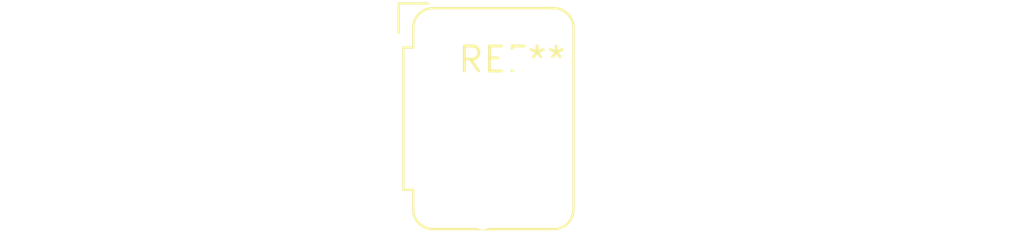
<source format=kicad_pcb>
(kicad_pcb (version 20240108) (generator pcbnew)
  (layers (0 "F.Cu" signal) (31 "B.Cu" signal) (34 "B.Paste" user) (35 "F.Paste" user) (36 "B.SilkS" user "B.Silkscreen") (37 "F.SilkS" user "F.Silkscreen") (38 "B.Mask" user) (39 "F.Mask" user) (44 "Edge.Cuts" user))
  (net 0 "")
  (footprint "JST_JWPF_B04B-JWPF-SK-R_1x04_P2.00mm_Vertical" (layer "F.Cu") (at 0 0)
    (property "Reference" "REF**")
    (property "Value" "JST_JWPF_B04B-JWPF-SK-R_1x04_P2.00mm_Vertical")
    (fp_line (start -5.75 -2.85) (end -4.25 -2.85) (layer "F.SilkS") (stroke (width 0.12)))
    (fp_line (start -5.75 -1.35) (end -5.75 -2.85) (layer "F.SilkS") (stroke (width 0.12)))
    (fp_line (start -5.51 -0.61) (end -5.51 6.61) (layer "F.SilkS") (stroke (width 0.12)))
    (fp_line (start -5.51 6.61) (end -5.01 6.61) (layer "F.SilkS") (stroke (width 0.12)))
    (fp_line (start -5.01 -1.61) (end -5.01 -0.61) (layer "F.SilkS") (stroke (width 0.12)))
    (fp_line (start -5.01 -0.61) (end -5.51 -0.61) (layer "F.SilkS") (stroke (width 0.12)))
    (fp_line (start -5.01 6.61) (end -5.01 7.61) (layer "F.SilkS") (stroke (width 0.12)))
    (fp_line (start -4.01 -2.61) (end 2.11 -2.61) (layer "F.SilkS") (stroke (width 0.12)))
    (fp_line (start -4.01 8.61) (end 2.11 8.61) (layer "F.SilkS") (stroke (width 0.12)))
    (fp_line (start 3.11 -1.61) (end 3.11 7.61) (layer "F.SilkS") (stroke (width 0.12)))
    (fp_arc (start -5.01 -1.61) (mid -4.717107 -2.317107) (end -4.01 -2.61) (layer "F.SilkS") (stroke (width 0.12)))
    (fp_arc (start -4.01 8.61) (mid -4.717107 8.317107) (end -5.01 7.61) (layer "F.SilkS") (stroke (width 0.12)))
    (fp_arc (start 2.11 -2.61) (mid 2.817107 -2.317107) (end 3.11 -1.61) (layer "F.SilkS") (stroke (width 0.12)))
    (fp_arc (start 3.11 7.61) (mid 2.817107 8.317107) (end 2.11 8.61) (layer "F.SilkS") (stroke (width 0.12)))
    (pad "" np_thru_hole circle (at -1.5 8.05) (size 1.15 1.15) (drill 1.15) (layers *.Cu *.Mask))
    (pad "1" thru_hole roundrect (at 0 0) (size 2 1.3) (drill 1) (layers *.Cu *.Mask) (remove_unused_layers) (roundrect_rratio 0.192308))
    (pad "2" thru_hole oval (at 0 2) (size 2 1.3) (drill 1) (layers *.Cu *.Mask) (remove_unused_layers))
    (pad "3" thru_hole oval (at 0 4) (size 2 1.3) (drill 1) (layers *.Cu *.Mask) (remove_unused_layers))
    (pad "4" thru_hole oval (at 0 6) (size 2 1.3) (drill 1) (layers *.Cu *.Mask) (remove_unused_layers))
  )
)
</source>
